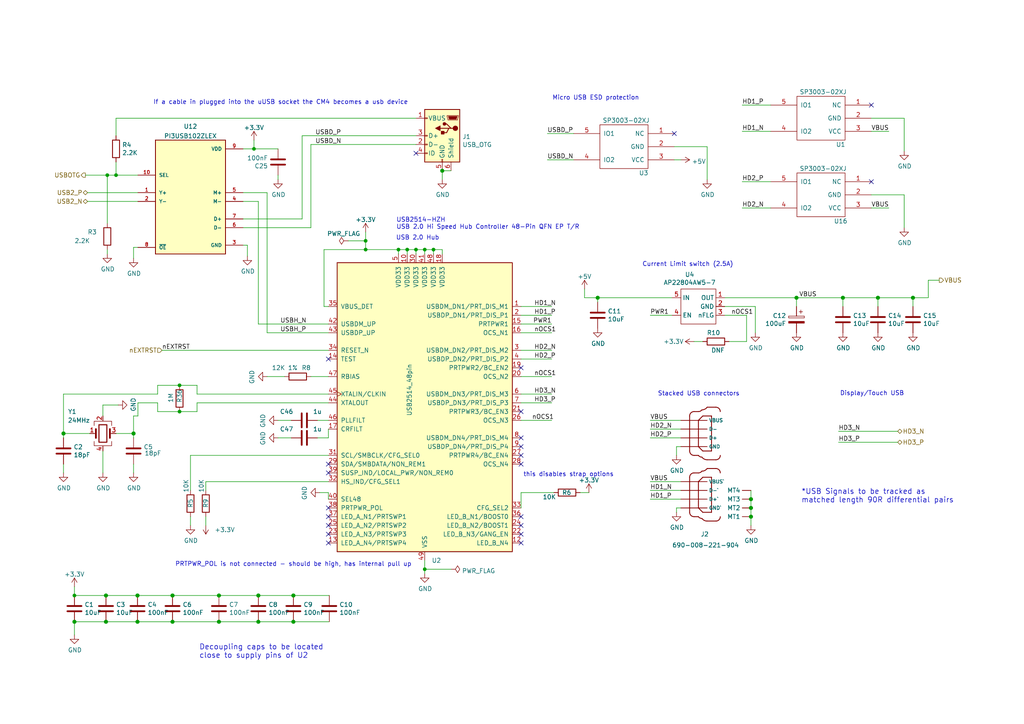
<source format=kicad_sch>
(kicad_sch (version 20211123) (generator eeschema)
  (paper "A4")
  (title_block (title "Yak") (date "2022-02-01") (rev "2") (company "Pionix GmbH") (comment 1 "Cornelius Claussen"))
  (lib_symbols
    (symbol "CM4IO:USB_67298-4090" (pin_numbers hide)
      (property "Reference" "J" (at -5.08 21.6408 0))
      (property "Value" "USB_67298-4090" (at -5.08 -17.8054 0))
      (symbol "USB_67298-4090_0_0"
        (pin power_in line (at -7.62 -2.54 0) (length 7.62) (name "VBUS`") (number "1"))
        (pin passive line (at -7.62 -5.08 0) (length 7.62) (name "D-`") (number "2"))
        (pin passive line (at -7.62 -7.62 0) (length 7.62) (name "D+`") (number "3"))
        (pin power_in line (at -7.62 -10.16 0) (length 7.62) (name "GND`") (number "4"))
        (pin power_in line (at -7.62 15.24 0) (length 7.62) (name "VBUS") (number "5"))
        (pin passive line (at -7.62 12.7 0) (length 7.62) (name "D-") (number "6"))
        (pin passive line (at -7.62 10.16 0) (length 7.62) (name "D+") (number "7"))
        (pin power_in line (at -7.62 7.62 0) (length 7.62) (name "GND") (number "8"))
        (pin passive line (at 12.7 -12.7 180) (length 2.54) (name "MT1") (number "MT1"))
        (pin passive line (at 12.7 -10.16 180) (length 2.54) (name "MT2") (number "MT2"))
        (pin passive line (at 12.7 -7.62 180) (length 2.54) (name "MT3") (number "MT3"))
        (pin passive line (at 12.7 -5.08 180) (length 2.54) (name "MT4") (number "MT4"))
      )
    )
    (symbol "Connector:USB_OTG" (pin_names (offset 1.016))
      (property "Reference" "J" (at -5.08 11.43 0))
      (property "Value" "USB_OTG" (at -5.08 8.89 0))
      (symbol "USB_OTG_1_1"
        (pin passive line (at 7.62 5.08 180) (length 2.54) (name "VBUS") (number "1"))
        (pin bidirectional line (at 7.62 -2.54 180) (length 2.54) (name "D-") (number "2"))
        (pin bidirectional line (at 7.62 0 180) (length 2.54) (name "D+") (number "3"))
        (pin passive line (at 7.62 -5.08 180) (length 2.54) (name "ID") (number "4"))
        (pin passive line (at 0 -10.16 90) (length 2.54) (name "GND") (number "5"))
        (pin passive line (at -2.54 -10.16 90) (length 2.54) (name "Shield") (number "6"))
      )
    )
    (symbol "Device:C" (pin_numbers hide) (pin_names (offset 0.254))
      (property "Reference" "C" (at 0.635 2.54 0))
      (property "Value" "C" (at 0.635 -2.54 0))
      (symbol "C_1_1"
        (pin passive line (at 0 3.81 270) (length 2.794) (name "~") (number "1"))
        (pin passive line (at 0 -3.81 90) (length 2.794) (name "~") (number "2"))
      )
    )
    (symbol "Device:C_Polarized" (pin_numbers hide) (pin_names (offset 0.254))
      (property "Reference" "C" (at 0.635 2.54 0))
      (property "Value" "C_Polarized" (at 0.635 -2.54 0))
      (symbol "C_Polarized_1_1"
        (pin passive line (at 0 3.81 270) (length 2.794) (name "~") (number "1"))
        (pin passive line (at 0 -3.81 90) (length 2.794) (name "~") (number "2"))
      )
    )
    (symbol "Device:Crystal_GND24" (pin_names (offset 1.016) hide)
      (property "Reference" "Y" (at 3.175 5.08 0))
      (property "Value" "Crystal_GND24" (at 3.175 3.175 0))
      (symbol "Crystal_GND24_1_1"
        (pin passive line (at -3.81 0 0) (length 1.27) (name "1") (number "1"))
        (pin passive line (at 0 5.08 270) (length 1.27) (name "2") (number "2"))
        (pin passive line (at 3.81 0 180) (length 1.27) (name "3") (number "3"))
        (pin passive line (at 0 -5.08 90) (length 1.27) (name "4") (number "4"))
      )
    )
    (symbol "Device:R" (pin_numbers hide) (pin_names (offset 0))
      (property "Reference" "R" (at 2.032 0 90))
      (property "Value" "R" (at 0 0 90))
      (symbol "R_1_1"
        (pin passive line (at 0 3.81 270) (length 1.27) (name "~") (number "1"))
        (pin passive line (at 0 -3.81 90) (length 1.27) (name "~") (number "2"))
      )
    )
    (symbol "Pionix:AP22804AW5"
      (property "Reference" "U4" (at 1.27 16.891 0))
      (property "Value" "AP22804AW5" (at 1.27 14.5796 0))
      (symbol "AP22804AW5_0_0"
        (pin power_out line (at -8.89 10.16 0) (length 2.54) (name "OUT") (number "1"))
        (pin power_in line (at -8.89 7.62 0) (length 2.54) (name "GND") (number "2"))
        (pin open_collector line (at -8.89 5.08 0) (length 2.54) (name "nFLG") (number "3"))
        (pin input line (at 6.35 5.08 180) (length 2.54) (name "EN") (number "4"))
        (pin power_in line (at 6.35 10.16 180) (length 2.54) (name "IN") (number "5"))
      )
    )
    (symbol "Pionix:PI3USB102ZLEX" (pin_names (offset 1.016))
      (property "Reference" "U12" (at 0 21.7465 0))
      (property "Value" "PI3USB102ZLEX" (at 0 18.9714 0))
      (symbol "PI3USB102ZLEX_0_0"
        (pin bidirectional line (at -15.24 2.54 0) (length 5.08) (name "Y+") (number "1"))
        (pin input line (at -15.24 7.62 0) (length 5.08) (name "SEL") (number "10"))
        (pin bidirectional line (at -15.24 0 0) (length 5.08) (name "Y-") (number "2"))
        (pin power_in line (at 15.24 -12.7 180) (length 5.08) (name "GND") (number "3"))
        (pin bidirectional line (at 15.24 0 180) (length 5.08) (name "M-") (number "4"))
        (pin bidirectional line (at 15.24 2.54 180) (length 5.08) (name "M+") (number "5"))
        (pin bidirectional line (at 15.24 -7.62 180) (length 5.08) (name "D-") (number "6"))
        (pin bidirectional line (at 15.24 -5.08 180) (length 5.08) (name "D+") (number "7"))
        (pin input line (at -15.24 -13.335 0) (length 5.08) (name "~{OE}") (number "8"))
        (pin power_in line (at 15.24 15.24 180) (length 5.08) (name "VDD") (number "9"))
      )
    )
    (symbol "Pionix:SP3003-02XJ" (pin_names (offset 1.016))
      (property "Reference" "U3" (at 10.16 -7.62 0))
      (property "Value" "SP3003-02XJ" (at 5.08 7.62 0))
      (symbol "SP3003-02XJ_1_1"
        (pin input line (at -19.05 3.81 0) (length 7.62) (name "NC") (number "1"))
        (pin input line (at -19.05 0 0) (length 7.62) (name "GND") (number "2"))
        (pin input line (at -19.05 -3.81 0) (length 7.62) (name "VCC") (number "3"))
        (pin input line (at 10.16 -3.81 180) (length 7.62) (name "IO2") (number "4"))
        (pin input line (at 10.16 3.81 180) (length 7.62) (name "IO1") (number "5"))
      )
    )
    (symbol "ev-devboard:USB2514_48pin" (pin_names (offset 1.016))
      (property "Reference" "U" (at -17.78 40.64 0))
      (property "Value" "USB2514_48pin" (at -20.32 38.1 0))
      (symbol "USB2514_48pin_1_1"
        (pin bidirectional line (at 27.94 22.86 180) (length 2.54) (name "USBDM_DN1/PRT_DIS_M1") (number "1"))
        (pin power_in line (at -5.08 38.1 270) (length 2.54) (name "VDD33") (number "10"))
        (pin output line (at 27.94 -45.72 180) (length 2.54) (name "LED_B_N4") (number "12"))
        (pin bidirectional line (at -27.94 -45.72 0) (length 2.54) (name "LED_A_N4/PRTSWP4") (number "13"))
        (pin input line (at -27.94 7.62 0) (length 2.54) (name "TEST") (number "14"))
        (pin bidirectional line (at 27.94 17.78 180) (length 2.54) (name "PRTPWR1") (number "15"))
        (pin input line (at 27.94 15.24 180) (length 2.54) (name "OCS_N1") (number "16"))
        (pin input line (at -27.94 -12.7 0) (length 2.54) (name "CRFILT") (number "17"))
        (pin power_in line (at 5.08 38.1 270) (length 2.54) (name "VDD33") (number "18"))
        (pin bidirectional line (at 27.94 5.08 180) (length 2.54) (name "PRTPWR2/BC_EN2") (number "19"))
        (pin bidirectional line (at 27.94 20.32 180) (length 2.54) (name "USBDP_DN1/PRT_DIS_P1") (number "2"))
        (pin input line (at 27.94 2.54 180) (length 2.54) (name "OCS_N2") (number "20"))
        (pin bidirectional line (at 27.94 -7.62 180) (length 2.54) (name "PRTPWR3/BC_EN3") (number "21"))
        (pin bidirectional line (at 27.94 -43.18 180) (length 2.54) (name "LED_B_N3/GANG_EN") (number "22"))
        (pin bidirectional line (at -27.94 -43.18 0) (length 2.54) (name "LED_A_N3/PRTSWP3") (number "23"))
        (pin bidirectional line (at 27.94 -40.64 180) (length 2.54) (name "LED_B_N2/BOOST1") (number "24"))
        (pin bidirectional line (at -27.94 -40.64 0) (length 2.54) (name "LED_A_N2/PRTSWP2") (number "25"))
        (pin input line (at 27.94 -10.16 180) (length 2.54) (name "OCS_N3") (number "26"))
        (pin bidirectional line (at 27.94 -20.32 180) (length 2.54) (name "PRTPWR4/BC_EN4") (number "27"))
        (pin input line (at 27.94 -22.86 180) (length 2.54) (name "OCS_N4") (number "28"))
        (pin bidirectional line (at -27.94 -22.86 0) (length 2.54) (name "SDA/SMBDATA/NON_REM1") (number "29"))
        (pin bidirectional line (at 27.94 10.16 180) (length 2.54) (name "USBDM_DN2/PRT_DIS_M2") (number "3"))
        (pin power_in line (at -2.54 38.1 270) (length 2.54) (name "VDD33") (number "30"))
        (pin bidirectional line (at -27.94 -20.32 0) (length 2.54) (name "SCL/SMBCLK/CFG_SEL0") (number "31"))
        (pin bidirectional line (at -27.94 -27.94 0) (length 2.54) (name "HS_IND/CFG_SEL1") (number "32"))
        (pin input line (at 27.94 -35.56 180) (length 2.54) (name "CFG_SEL2") (number "33"))
        (pin input line (at -27.94 10.16 0) (length 2.54) (name "RESET_N") (number "34"))
        (pin input line (at -27.94 22.86 0) (length 2.54) (name "VBUS_DET") (number "35"))
        (pin bidirectional line (at 27.94 -38.1 180) (length 2.54) (name "LED_B_N1/BOOST0") (number "36"))
        (pin bidirectional line (at -27.94 -38.1 0) (length 2.54) (name "LED_A_N1/PRTSWP1") (number "37"))
        (pin input line (at -27.94 -35.56 0) (length 2.54) (name "PRTPWR_POL") (number "38"))
        (pin bidirectional line (at -27.94 -25.4 0) (length 2.54) (name "SUSP_IND/LOCAL_PWR/NON_REM0") (number "39"))
        (pin bidirectional line (at 27.94 7.62 180) (length 2.54) (name "USBDP_DN2/PRT_DIS_P2") (number "4"))
        (pin input line (at -27.94 -33.02 0) (length 2.54) (name "SEL48") (number "40"))
        (pin power_in line (at 0 38.1 270) (length 2.54) (name "VDD33") (number "41"))
        (pin bidirectional line (at -27.94 17.78 0) (length 2.54) (name "USBDM_UP") (number "42"))
        (pin bidirectional line (at -27.94 15.24 0) (length 2.54) (name "USBDP_UP") (number "43"))
        (pin output line (at -27.94 -5.08 0) (length 2.54) (name "XTALOUT") (number "44"))
        (pin input clock (at -27.94 -2.54 0) (length 2.54) (name "XTALIN/CLKIN") (number "45"))
        (pin input line (at -27.94 -10.16 0) (length 2.54) (name "PLLFILT") (number "46"))
        (pin input line (at -27.94 2.54 0) (length 2.54) (name "RBIAS") (number "47"))
        (pin power_in line (at 2.54 38.1 270) (length 2.54) (name "VDD33") (number "48"))
        (pin power_in line (at 0 -50.8 90) (length 2.54) (name "VSS") (number "49"))
        (pin power_in line (at -7.62 38.1 270) (length 2.54) (name "VDD33") (number "5"))
        (pin bidirectional line (at 27.94 -2.54 180) (length 2.54) (name "USBDM_DN3/PRT_DIS_M3") (number "6"))
        (pin bidirectional line (at 27.94 -5.08 180) (length 2.54) (name "USBDP_DN3/PRT_DIS_P3") (number "7"))
        (pin bidirectional line (at 27.94 -15.24 180) (length 2.54) (name "USBDM_DN4/PRT_DIS_M4") (number "8"))
        (pin bidirectional line (at 27.94 -17.78 180) (length 2.54) (name "USBDP_DN4/PRT_DIS_P4") (number "9"))
      )
    )
    (symbol "power:+3.3V" (power) (pin_names (offset 0))
      (property "Value" "+3.3V" (at 0 3.556 0))
      (symbol "+3.3V_1_1"
        (pin power_in line (at 0 0 90) (length 0) hide (name "+3.3V") (number "1"))
      )
    )
    (symbol "power:+5V" (power) (pin_names (offset 0))
      (property "Value" "+5V" (at 0 3.556 0))
      (symbol "+5V_1_1"
        (pin power_in line (at 0 0 90) (length 0) hide (name "+5V") (number "1"))
      )
    )
    (symbol "power:GND" (power) (pin_names (offset 0))
      (property "Value" "GND" (at 0 -3.81 0))
      (symbol "GND_1_1"
        (pin power_in line (at 0 0 270) (length 0) hide (name "GND") (number "1"))
      )
    )
    (symbol "power:PWR_FLAG" (power) (pin_numbers hide) (pin_names (offset 0) hide)
      (property "Value" "PWR_FLAG" (at 0 3.81 0))
      (symbol "PWR_FLAG_0_0"
        (pin power_out line (at 0 0 90) (length 0) (name "pwr") (number "1"))
      )
    )
  )
  (junction (at 244.475 86.36) (diameter 1.016))
  (junction (at 74.93 180.34) (diameter 1.016))
  (junction (at 52.07 119.38))
  (junction (at 106.045 69.85))
  (junction (at 33.655 50.8))
  (junction (at 63.5 172.72) (diameter 1.016))
  (junction (at 85.09 172.72) (diameter 1.016))
  (junction (at 31.115 50.8))
  (junction (at 38.735 125.73) (diameter 1.016))
  (junction (at 39.878 172.72) (diameter 1.016))
  (junction (at 106.045 72.39))
  (junction (at 123.19 72.39))
  (junction (at 30.734 180.34) (diameter 1.016))
  (junction (at 115.57 72.39))
  (junction (at 118.11 72.39))
  (junction (at 52.07 111.76))
  (junction (at 217.805 149.86) (diameter 1.016))
  (junction (at 21.59 172.72))
  (junction (at 128.27 49.53) (diameter 1.016))
  (junction (at 50.038 180.34) (diameter 1.016))
  (junction (at 231.013 86.36) (diameter 1.016))
  (junction (at 217.805 144.78) (diameter 1.016))
  (junction (at 30.734 172.72) (diameter 1.016))
  (junction (at 39.878 180.34) (diameter 1.016))
  (junction (at 264.795 86.36) (diameter 1.016))
  (junction (at 21.59 180.34) (diameter 1.016))
  (junction (at 123.19 165.1))
  (junction (at 173.355 86.36) (diameter 1.016))
  (junction (at 125.73 72.39))
  (junction (at 63.5 180.34) (diameter 1.016))
  (junction (at 217.805 147.32) (diameter 1.016))
  (junction (at 50.038 172.72) (diameter 1.016))
  (junction (at 18.415 125.73) (diameter 1.016))
  (junction (at 254.635 86.36) (diameter 1.016))
  (junction (at 73.66 43.18))
  (junction (at 120.65 72.39))
  (junction (at 85.09 180.34) (diameter 1.016))
  (junction (at 74.93 172.72) (diameter 1.016))
  (no_connect (at 95.25 134.62))
  (no_connect (at 95.25 137.16))
  (no_connect (at 151.13 157.48))
  (no_connect (at 95.25 149.86))
  (no_connect (at 95.25 152.4))
  (no_connect (at 95.25 154.94))
  (no_connect (at 95.25 157.48))
  (no_connect (at 151.13 134.62))
  (no_connect (at 151.13 152.4))
  (no_connect (at 151.13 149.86))
  (no_connect (at 95.25 104.14))
  (no_connect (at 151.13 127))
  (no_connect (at 151.13 129.54))
  (no_connect (at 95.25 147.32))
  (no_connect (at 252.73 30.48))
  (no_connect (at 151.13 119.38))
  (no_connect (at 151.13 106.68))
  (no_connect (at 151.13 132.08))
  (no_connect (at 195.58 38.735))
  (no_connect (at 120.65 44.45))
  (no_connect (at 151.13 154.94))
  (no_connect (at 252.73 52.705))
  (wire (pts (xy 195.58 46.355) (xy 197.485 46.355)))
  (wire (pts (xy 169.545 86.36) (xy 173.355 86.36)))
  (wire (pts (xy 33.655 125.73) (xy 38.735 125.73)))
  (wire (pts (xy 45.72 116.84) (xy 45.72 119.38)))
  (wire (pts (xy 188.595 127) (xy 197.485 127)))
  (wire (pts (xy 120.65 72.39) (xy 120.65 73.66)))
  (wire (pts (xy 95.25 124.46) (xy 95.25 127)))
  (wire (pts (xy 55.245 142.24) (xy 55.245 132.08)))
  (wire (pts (xy 71.755 74.295) (xy 71.755 71.12)))
  (wire (pts (xy 71.755 71.12) (xy 70.485 71.12)))
  (wire (pts (xy 188.595 124.46) (xy 197.485 124.46)))
  (wire (pts (xy 151.13 114.3) (xy 160.02 114.3)))
  (wire (pts (xy 151.13 96.52) (xy 160.02 96.52)))
  (wire (pts (xy 252.73 34.29) (xy 262.255 34.29)))
  (wire (pts (xy 151.13 121.92) (xy 160.02 121.92)))
  (wire (pts (xy 217.805 147.32) (xy 217.805 149.86)))
  (wire (pts (xy 115.57 72.39) (xy 115.57 73.66)))
  (wire (pts (xy 39.878 180.34) (xy 50.038 180.34)))
  (wire (pts (xy 215.265 30.48) (xy 223.52 30.48)))
  (wire (pts (xy 215.265 60.325) (xy 223.52 60.325)))
  (wire (pts (xy 74.93 172.72) (xy 85.09 172.72)))
  (wire (pts (xy 70.485 43.18) (xy 73.66 43.18)))
  (wire (pts (xy 73.66 43.18) (xy 80.645 43.18)))
  (wire (pts (xy 196.215 129.54) (xy 196.215 132.08)))
  (wire (pts (xy 90.17 109.22) (xy 95.25 109.22)))
  (wire (pts (xy 211.455 99.06) (xy 216.535 99.06)))
  (wire (pts (xy 216.535 99.06) (xy 216.535 91.44)))
  (wire (pts (xy 252.73 60.325) (xy 257.81 60.325)))
  (wire (pts (xy 243.205 128.27) (xy 260.35 128.27)))
  (wire (pts (xy 215.265 52.705) (xy 223.52 52.705)))
  (wire (pts (xy 269.24 81.28) (xy 269.24 86.36)))
  (wire (pts (xy 272.415 81.28) (xy 269.24 81.28)))
  (wire (pts (xy 21.59 170.18) (xy 21.59 172.72)))
  (wire (pts (xy 33.655 46.99) (xy 33.655 50.8)))
  (wire (pts (xy 95.25 116.84) (xy 57.15 116.84)))
  (wire (pts (xy 21.59 184.15) (xy 21.59 180.34)))
  (wire (pts (xy 21.59 180.34) (xy 30.734 180.34)))
  (wire (pts (xy 215.265 38.1) (xy 223.52 38.1)))
  (wire (pts (xy 95.25 88.9) (xy 93.98 88.9)))
  (wire (pts (xy 18.415 127) (xy 18.415 125.73)))
  (wire (pts (xy 70.485 63.5) (xy 87.63 63.5)))
  (wire (pts (xy 210.185 91.44) (xy 216.535 91.44)))
  (wire (pts (xy 80.645 50.8) (xy 80.645 52.07)))
  (wire (pts (xy 74.93 180.34) (xy 85.09 180.34)))
  (wire (pts (xy 77.47 109.22) (xy 82.55 109.22)))
  (wire (pts (xy 30.734 172.72) (xy 39.878 172.72)))
  (wire (pts (xy 188.595 91.44) (xy 194.945 91.44)))
  (wire (pts (xy 63.5 172.72) (xy 74.93 172.72)))
  (wire (pts (xy 29.845 130.81) (xy 29.845 137.16)))
  (wire (pts (xy 217.805 144.78) (xy 217.805 147.32)))
  (wire (pts (xy 95.25 93.98) (xy 74.93 93.98)))
  (wire (pts (xy 45.72 119.38) (xy 52.07 119.38)))
  (wire (pts (xy 151.13 104.14) (xy 160.02 104.14)))
  (wire (pts (xy 80.645 127) (xy 84.455 127)))
  (wire (pts (xy 38.735 71.755) (xy 38.735 74.93)))
  (wire (pts (xy 40.005 71.755) (xy 38.735 71.755)))
  (wire (pts (xy 217.805 142.24) (xy 217.805 144.78)))
  (wire (pts (xy 128.27 72.39) (xy 128.27 73.66)))
  (wire (pts (xy 92.075 127) (xy 95.25 127)))
  (wire (pts (xy 151.13 147.32) (xy 151.13 142.875)))
  (wire (pts (xy 151.13 116.84) (xy 160.02 116.84)))
  (wire (pts (xy 231.013 86.36) (xy 244.475 86.36)))
  (wire (pts (xy 77.47 96.52) (xy 95.25 96.52)))
  (wire (pts (xy 252.73 56.515) (xy 262.255 56.515)))
  (wire (pts (xy 93.98 88.9) (xy 93.98 72.39)))
  (wire (pts (xy 18.415 114.3) (xy 45.72 114.3)))
  (wire (pts (xy 262.255 56.515) (xy 262.255 66.04)))
  (wire (pts (xy 197.485 147.32) (xy 196.215 147.32)))
  (wire (pts (xy 57.15 119.38) (xy 57.15 116.84)))
  (wire (pts (xy 52.07 119.38) (xy 57.15 119.38)))
  (wire (pts (xy 197.485 129.54) (xy 196.215 129.54)))
  (wire (pts (xy 45.72 116.84) (xy 40.005 116.84)))
  (wire (pts (xy 87.63 39.37) (xy 120.65 39.37)))
  (wire (pts (xy 38.735 134.62) (xy 38.735 137.16)))
  (wire (pts (xy 33.655 34.29) (xy 120.65 34.29)))
  (wire (pts (xy 25.4 58.42) (xy 40.005 58.42)))
  (wire (pts (xy 46.99 101.6) (xy 95.25 101.6)))
  (wire (pts (xy 264.795 86.36) (xy 264.795 88.9)))
  (wire (pts (xy 201.295 99.06) (xy 203.835 99.06)))
  (wire (pts (xy 70.485 66.04) (xy 90.17 66.04)))
  (wire (pts (xy 77.47 55.88) (xy 77.47 96.52)))
  (wire (pts (xy 70.485 55.88) (xy 77.47 55.88)))
  (wire (pts (xy 125.73 72.39) (xy 128.27 72.39)))
  (wire (pts (xy 231.013 86.36) (xy 231.013 88.9)))
  (wire (pts (xy 188.595 121.92) (xy 197.485 121.92)))
  (wire (pts (xy 59.69 142.24) (xy 59.69 139.7)))
  (wire (pts (xy 34.29 117.475) (xy 29.845 117.475)))
  (wire (pts (xy 29.845 117.475) (xy 29.845 120.65)))
  (wire (pts (xy 87.63 63.5) (xy 87.63 39.37)))
  (wire (pts (xy 24.765 50.8) (xy 31.115 50.8)))
  (wire (pts (xy 173.355 87.63) (xy 173.355 86.36)))
  (wire (pts (xy 57.15 111.76) (xy 57.15 114.3)))
  (wire (pts (xy 128.27 49.53) (xy 130.81 49.53)))
  (wire (pts (xy 31.115 72.39) (xy 31.115 73.66)))
  (wire (pts (xy 95.25 142.875) (xy 95.25 144.78)))
  (wire (pts (xy 100.965 69.85) (xy 106.045 69.85)))
  (wire (pts (xy 252.73 38.1) (xy 257.81 38.1)))
  (wire (pts (xy 38.735 125.73) (xy 38.735 127)))
  (wire (pts (xy 151.13 91.44) (xy 160.02 91.44)))
  (wire (pts (xy 92.075 121.92) (xy 95.25 121.92)))
  (wire (pts (xy 123.19 162.56) (xy 123.19 165.1)))
  (wire (pts (xy 21.59 172.72) (xy 30.734 172.72)))
  (wire (pts (xy 90.17 41.91) (xy 120.65 41.91)))
  (wire (pts (xy 243.205 125.095) (xy 260.35 125.095)))
  (wire (pts (xy 45.72 114.3) (xy 45.72 111.76)))
  (wire (pts (xy 40.005 116.84) (xy 40.005 120.65)))
  (wire (pts (xy 173.355 86.36) (xy 194.945 86.36)))
  (wire (pts (xy 244.475 88.9) (xy 244.475 86.36)))
  (wire (pts (xy 59.69 149.86) (xy 59.69 152.4)))
  (wire (pts (xy 210.185 88.9) (xy 219.075 88.9)))
  (wire (pts (xy 74.93 58.42) (xy 74.93 93.98)))
  (wire (pts (xy 70.485 58.42) (xy 74.93 58.42)))
  (wire (pts (xy 128.27 52.07) (xy 128.27 49.53)))
  (wire (pts (xy 115.57 72.39) (xy 118.11 72.39)))
  (wire (pts (xy 31.115 50.8) (xy 33.655 50.8)))
  (wire (pts (xy 196.215 147.32) (xy 196.215 148.59)))
  (wire (pts (xy 130.81 165.1) (xy 123.19 165.1)))
  (wire (pts (xy 169.545 83.82) (xy 169.545 86.36)))
  (wire (pts (xy 31.115 50.8) (xy 31.115 64.77)))
  (wire (pts (xy 18.415 134.62) (xy 18.415 137.16)))
  (wire (pts (xy 210.185 86.36) (xy 231.013 86.36)))
  (wire (pts (xy 52.07 111.76) (xy 57.15 111.76)))
  (wire (pts (xy 151.13 93.98) (xy 160.02 93.98)))
  (wire (pts (xy 40.005 120.65) (xy 38.735 120.65)))
  (wire (pts (xy 262.255 34.29) (xy 262.255 43.815)))
  (wire (pts (xy 188.595 142.24) (xy 197.485 142.24)))
  (wire (pts (xy 92.71 142.875) (xy 95.25 142.875)))
  (wire (pts (xy 39.878 172.72) (xy 50.038 172.72)))
  (wire (pts (xy 30.734 180.34) (xy 39.878 180.34)))
  (wire (pts (xy 50.038 172.72) (xy 63.5 172.72)))
  (wire (pts (xy 205.105 42.545) (xy 205.105 52.07)))
  (wire (pts (xy 195.58 42.545) (xy 205.105 42.545)))
  (wire (pts (xy 90.17 66.04) (xy 90.17 41.91)))
  (wire (pts (xy 120.65 72.39) (xy 123.19 72.39)))
  (wire (pts (xy 217.805 149.86) (xy 217.805 152.4)))
  (wire (pts (xy 118.11 72.39) (xy 118.11 73.66)))
  (wire (pts (xy 106.045 67.31) (xy 106.045 69.85)))
  (wire (pts (xy 106.045 72.39) (xy 115.57 72.39)))
  (wire (pts (xy 80.645 121.92) (xy 84.455 121.92)))
  (wire (pts (xy 125.73 72.39) (xy 125.73 73.66)))
  (wire (pts (xy 158.75 46.355) (xy 166.37 46.355)))
  (wire (pts (xy 33.655 34.29) (xy 33.655 39.37)))
  (wire (pts (xy 25.4 55.88) (xy 40.005 55.88)))
  (wire (pts (xy 38.735 120.65) (xy 38.735 125.73)))
  (wire (pts (xy 264.795 86.36) (xy 269.24 86.36)))
  (wire (pts (xy 123.19 72.39) (xy 123.19 73.66)))
  (wire (pts (xy 168.275 142.875) (xy 170.815 142.875)))
  (wire (pts (xy 55.245 132.08) (xy 95.25 132.08)))
  (wire (pts (xy 158.75 38.735) (xy 166.37 38.735)))
  (wire (pts (xy 151.13 88.9) (xy 160.02 88.9)))
  (wire (pts (xy 63.5 180.34) (xy 74.93 180.34)))
  (wire (pts (xy 45.72 111.76) (xy 52.07 111.76)))
  (wire (pts (xy 151.13 101.6) (xy 160.02 101.6)))
  (wire (pts (xy 33.655 50.8) (xy 40.005 50.8)))
  (wire (pts (xy 85.09 180.34) (xy 95.504 180.34)))
  (wire (pts (xy 188.595 144.78) (xy 197.485 144.78)))
  (wire (pts (xy 254.635 86.36) (xy 254.635 88.9)))
  (wire (pts (xy 50.038 180.34) (xy 63.5 180.34)))
  (wire (pts (xy 118.11 72.39) (xy 120.65 72.39)))
  (wire (pts (xy 57.15 114.3) (xy 95.25 114.3)))
  (wire (pts (xy 106.045 69.85) (xy 106.045 72.39)))
  (wire (pts (xy 188.595 139.7) (xy 197.485 139.7)))
  (wire (pts (xy 73.66 40.64) (xy 73.66 43.18)))
  (wire (pts (xy 55.245 149.86) (xy 55.245 152.4)))
  (wire (pts (xy 85.09 172.72) (xy 95.504 172.72)))
  (wire (pts (xy 151.13 142.875) (xy 160.655 142.875)))
  (wire (pts (xy 18.415 114.3) (xy 18.415 125.73)))
  (wire (pts (xy 244.475 86.36) (xy 254.635 86.36)))
  (wire (pts (xy 123.19 72.39) (xy 125.73 72.39)))
  (wire (pts (xy 18.415 125.73) (xy 26.035 125.73)))
  (wire (pts (xy 123.19 165.1) (xy 123.19 166.37)))
  (wire (pts (xy 59.69 139.7) (xy 95.25 139.7)))
  (wire (pts (xy 254.635 86.36) (xy 264.795 86.36)))
  (wire (pts (xy 151.13 109.22) (xy 160.02 109.22)))
  (wire (pts (xy 219.075 88.9) (xy 219.075 96.52)))
  (wire (pts (xy 93.98 72.39) (xy 106.045 72.39)))
  (text "USB 2.0 Hub" (at 127.4318 69.7992 180) (effects (font (size 1.27 1.27)) (justify right bottom)))
  (text "*USB Signals to be tracked as \nmatched length 90R differential pairs" (at 232.41 146.05 0) (effects (font (size 1.524 1.524)) (justify left bottom)))
  (text "Display/Touch USB" (at 262.255 114.935 180) (effects (font (size 1.27 1.27)) (justify right bottom)))
  (text "Current Limit switch (2.5A)" (at 212.725 77.47 180) (effects (font (size 1.27 1.27)) (justify right bottom)))
  (text "USB2514-HZH\nUSB 2.0 Hi Speed Hub Controller 48-Pin QFN EP T/R" (at 114.935 66.675 0) (effects (font (size 1.27 1.27)) (justify left bottom)))
  (text "PRTPWR_POL is not connected - should be high, has internal pull up" (at 50.8 164.465 0) (effects (font (size 1.27 1.27)) (justify left bottom)))
  (text "Stacked USB connectors" (at 214.5538 115.0112 180) (effects (font (size 1.27 1.27)) (justify right bottom)))
  (text "If a cable in plugged into the uUSB socket the CM4 becomes a usb device" (at 44.45 30.48 0) (effects (font (size 1.27 1.27)) (justify left bottom)))
  (text "Decoupling caps to be located \nclose to supply pins of U2" (at 57.785 191.135 0) (effects (font (size 1.524 1.524)) (justify left bottom)))
  (text "this disables strap options" (at 151.765 138.43 0) (effects (font (size 1.27 1.27)) (justify left bottom)))
  (text "Micro USB ESD protection" (at 185.42 29.21 180) (effects (font (size 1.27 1.27)) (justify right bottom)))
  (label "HD1_P" (at 188.595 144.78 0))
  (label "VBUS" (at 188.595 121.92 0))
  (label "nOCS1" (at 154.305 121.92 0))
  (label "HD3_P" (at 243.205 128.27 0))
  (label "VBUS" (at 257.81 60.325 180))
  (label "VBUS" (at 188.595 139.7 0))
  (label "nOCS1" (at 154.94 96.52 0))
  (label "HD1_N" (at 188.595 142.24 0))
  (label "VBUS" (at 257.81 38.1 180))
  (label "nEXTRST" (at 46.99 101.6 0))
  (label "USBH_N" (at 81.28 93.98 0))
  (label "nOCS1" (at 212.09 91.44 0))
  (label "HD2_P" (at 154.94 104.14 0))
  (label "USBD_N" (at 91.44 41.91 0))
  (label "PWR1" (at 188.595 91.44 0))
  (label "nOCS1" (at 154.94 109.22 0))
  (label "PWR1" (at 160.02 93.98 180))
  (label "HD2_P" (at 215.265 52.705 0))
  (label "HD2_P" (at 188.595 127 0))
  (label "USBH_P" (at 81.28 96.52 0))
  (label "HD1_P" (at 154.94 91.44 0))
  (label "HD2_N" (at 215.265 60.325 0))
  (label "USBD_P" (at 158.75 38.735 0))
  (label "USBD_N" (at 158.75 46.355 0))
  (label "HD3_P" (at 154.94 116.84 0))
  (label "HD3_N" (at 243.205 125.095 0))
  (label "HD1_N" (at 154.94 88.9 0))
  (label "VBUS" (at 231.775 86.36 0))
  (label "HD1_P" (at 215.265 30.48 0))
  (label "USBD_P" (at 91.44 39.37 0))
  (label "HD1_N" (at 215.265 38.1 0))
  (label "HD2_N" (at 188.595 124.46 0))
  (label "HD3_N" (at 154.94 114.3 0))
  (label "HD2_N" (at 154.94 101.6 0))
  (hierarchical_label "VBUS" (shape output) (at 272.415 81.28 0))
  (hierarchical_label "USB2_N" (shape bidirectional) (at 25.4 58.42 180))
  (hierarchical_label "HD3_N" (shape bidirectional) (at 260.35 125.095 0))
  (hierarchical_label "nEXTRST" (shape input) (at 46.99 101.6 180))
  (hierarchical_label "HD3_P" (shape bidirectional) (at 260.35 128.27 0))
  (hierarchical_label "USBOTG" (shape output) (at 24.765 50.8 180))
  (hierarchical_label "USB2_P" (shape bidirectional) (at 25.4 55.88 180))
  (symbol (lib_id "CM4IO:USB_67298-4090") (at 205.105 137.16 0) (unit 1)
    (property "Reference" "J2" (at 203.2 154.94 0) (effects (justify left)))
    (property "Value" "690-008-221-904" (at 194.945 158.115 0) (effects (justify left)))
    (property "Footprint" "Pionix:MOLEX_USB_67298-4090" (effects hide))
    (property "Datasheet" "Conn USB Type A RCP 4/4 POS Solder RA Thru-Hole 8 Terminal 2 Port Tray" (effects hide))
    (property "Field4" "Farnell" (effects hide))
    (property "Field5" "2751688" (effects hide))
    (property "Field6" "None" (effects hide))
    (property "Field7" "Molex" (effects hide))
    (property "Part Description" "USB-A (USB TYPE-A), Stacked Receptacle Connector 8 Position Through Hole, Right Angle" (effects hide))
  )
  (symbol (lib_id "Connector:USB_OTG") (at 128.27 39.37 0) (mirror y) (unit 1)
    (property "Reference" "J1" (at 134.112 39.6494 0) (effects (justify right)))
    (property "Value" "USB_OTG" (at 134.112 41.9608 0) (effects (justify right)))
    (property "Footprint" "CM4IO:USB_Micro-B_EDAC_UCON00686" (effects hide))
    (property "Datasheet" " ~" (effects hide))
    (property "Field4" "Digikey" (effects hide))
    (property "Field5" "609-4050-2-ND" (effects hide))
    (property "Field6" "690-005-298-486" (effects hide))
    (property "Field7" "EDAC" (effects hide))
    (property "Part Description" "USB - micro B USB 2.0 Receptacle Connector 5 Position Surface Mount, Right Angle; Through Hole" (effects hide))
  )
  (symbol (lib_id "Device:R") (at 33.655 43.18 0) (unit 1)
    (property "Reference" "R4" (at 35.433 42.0116 0) (effects (justify left)))
    (property "Value" "2.2K" (at 35.433 44.323 0) (effects (justify left)))
    (property "Footprint" "Resistor_SMD:R_0603_1608Metric" (effects hide))
    (property "Field4" "Farnell" (effects hide))
    (property "Field5" "9239278" (effects hide))
    (property "Field7" "Yageo" (effects hide))
    (property "Field6" "RC0402FR-072K2L" (effects hide))
    (property "STANDARD" "Resistor 2.2K 50V 0402 M1005 1% 63mW" (effects hide))
  )
  (symbol (lib_id "power:GND") (at 173.355 95.25 0) (unit 1)
    (property "Reference" "#PWR019" (effects hide))
    (property "Value" "GND" (at 173.482 99.6442 0))
  )
  (symbol (lib_id "Device:C") (at 244.475 92.71 0) (unit 1)
    (property "Reference" "C13" (at 247.396 91.5416 0) (effects (justify left)))
    (property "Value" "10uF" (at 247.396 93.853 0) (effects (justify left)))
    (property "Footprint" "Capacitor_SMD:C_0805_2012Metric" (effects hide))
    (property "Field5" "587-3319-1-ND" (effects hide))
    (property "Field4" "Digikey" (effects hide))
    (property "Field6" "EMK212BB7106MG-T" (effects hide))
    (property "Field7" "Taiyo Yuden" (effects hide))
    (property "STANDARD" "10uF 10% 16V Ceramic Capacitor X7R 0805 (2012 Metric)" (effects hide))
  )
  (symbol (lib_id "power:GND") (at 244.475 96.52 0) (unit 1)
    (property "Reference" "#PWR027" (effects hide))
    (property "Value" "GND" (at 244.602 100.9142 0))
  )
  (symbol (lib_id "Device:C") (at 254.635 92.71 0) (unit 1)
    (property "Reference" "C14" (at 257.556 91.5416 0) (effects (justify left)))
    (property "Value" "10uF" (at 257.556 93.853 0) (effects (justify left)))
    (property "Footprint" "Capacitor_SMD:C_0805_2012Metric" (effects hide))
    (property "Field5" "587-3319-1-ND" (effects hide))
    (property "Field4" "Digikey" (effects hide))
    (property "Field6" "EMK212BB7106MG-T" (effects hide))
    (property "Field7" "Taiyo Yuden" (effects hide))
    (property "STANDARD" "10uF 10% 16V Ceramic Capacitor X7R 0805 (2012 Metric)" (effects hide))
  )
  (symbol (lib_id "power:GND") (at 254.635 96.52 0) (unit 1)
    (property "Reference" "#PWR028" (effects hide))
    (property "Value" "GND" (at 254.762 100.9142 0))
  )
  (symbol (lib_id "Device:C") (at 264.795 92.71 0) (unit 1)
    (property "Reference" "C15" (at 267.716 91.5416 0) (effects (justify left)))
    (property "Value" "10uF" (at 267.716 93.853 0) (effects (justify left)))
    (property "Footprint" "Capacitor_SMD:C_0805_2012Metric" (effects hide))
    (property "Field5" "587-3319-1-ND" (effects hide))
    (property "Field4" "Digikey" (effects hide))
    (property "Field6" "EMK212BB7106MG-T" (effects hide))
    (property "Field7" "Taiyo Yuden" (effects hide))
    (property "STANDARD" "10uF 10% 16V Ceramic Capacitor X7R 0805 (2012 Metric)" (effects hide))
  )
  (symbol (lib_id "power:GND") (at 196.215 132.08 0) (unit 1)
    (property "Reference" "#PWR021" (effects hide))
    (property "Value" "GND" (at 196.342 136.4742 0))
  )
  (symbol (lib_id "power:GND") (at 196.215 148.59 0) (unit 1)
    (property "Reference" "#PWR022" (effects hide))
    (property "Value" "GND" (at 196.342 152.9842 0))
  )
  (symbol (lib_id "Device:R") (at 31.115 68.58 0) (unit 1)
    (property "Reference" "R3" (at 25.4 67.31 0) (effects (justify left)))
    (property "Value" "2.2K" (at 21.59 69.85 0) (effects (justify left)))
    (property "Footprint" "Resistor_SMD:R_0603_1608Metric" (effects hide))
    (property "Field4" "Farnell" (effects hide))
    (property "Field5" "9239278" (effects hide))
    (property "Field7" "Yageo" (effects hide))
    (property "Field6" "RC0402FR-072K2L" (effects hide))
    (property "STANDARD" "Resistor 2.2K 50V 0402 M1005 1% 63mW" (effects hide))
  )
  (symbol (lib_id "power:GND") (at 77.47 109.22 270) (unit 1)
    (property "Reference" "#PWR012" (effects hide))
    (property "Value" "GND" (at 73.0758 109.347 0))
  )
  (symbol (lib_id "Device:R") (at 55.245 146.05 0) (unit 1)
    (property "Reference" "R5" (at 55.245 147.32 90) (effects (justify left)))
    (property "Value" "10K" (at 53.975 142.875 90) (effects (justify left)))
    (property "Footprint" "Resistor_SMD:R_0603_1608Metric" (effects hide))
    (property "Field4" "Farnell" (effects hide))
    (property "Field5" "1458788" (effects hide))
    (property "Field7" "Rohm" (effects hide))
    (property "Field6" "MCR01MZPF3602" (effects hide))
    (property "STANDARD" "Resistor 36K 50V 0402 M1005 1% 63mW" (effects hide))
  )
  (symbol (lib_id "power:GND") (at 55.245 152.4 0) (unit 1)
    (property "Reference" "#PWR010" (effects hide))
    (property "Value" "GND" (at 55.372 156.7942 0))
  )
  (symbol (lib_id "power:GND") (at 219.075 96.52 0) (unit 1)
    (property "Reference" "#PWR025" (effects hide))
    (property "Value" "GND" (at 219.202 100.9142 0))
  )
  (symbol (lib_id "power:GND") (at 264.795 96.52 0) (unit 1)
    (property "Reference" "#PWR029" (effects hide))
    (property "Value" "GND" (at 264.922 100.9142 0))
  )
  (symbol (lib_id "power:GND") (at 217.805 152.4 0) (unit 1)
    (property "Reference" "#PWR024" (effects hide))
    (property "Value" "GND" (at 217.932 156.7942 0))
  )
  (symbol (lib_id "power:GND") (at 128.27 52.07 0) (unit 1)
    (property "Reference" "#PWR017" (effects hide))
    (property "Value" "GND" (at 128.397 56.4642 0))
  )
  (symbol (lib_id "power:GND") (at 123.19 166.37 0) (unit 1)
    (property "Reference" "#PWR016" (effects hide))
    (property "Value" "GND" (at 123.317 170.7642 0))
  )
  (symbol (lib_id "power:GND") (at 38.735 74.93 0) (unit 1)
    (property "Reference" "#PWR08" (effects hide))
    (property "Value" "GND" (at 38.862 79.3242 0))
  )
  (symbol (lib_id "power:GND") (at 31.115 73.66 0) (unit 1)
    (property "Reference" "#PWR05" (effects hide))
    (property "Value" "GND" (at 31.242 78.0542 0))
  )
  (symbol (lib_id "Device:R") (at 86.36 109.22 90) (unit 1)
    (property "Reference" "R8" (at 90.17 106.68 90) (effects (justify left)))
    (property "Value" "12K 1%" (at 86.36 106.68 90) (effects (justify left)))
    (property "Footprint" "Resistor_SMD:R_0603_1608Metric" (effects hide))
    (property "Field4" "Farnell" (effects hide))
    (property "Field5" "9239367" (effects hide))
    (property "Field7" "Rohm" (effects hide))
    (property "Field6" "MCR01MZPF1202" (effects hide))
    (property "STANDARD" "Resistor 12K 50V 0402 M1005 1% 63mW" (effects hide))
  )
  (symbol (lib_id "Device:R") (at 59.69 146.05 0) (unit 1)
    (property "Reference" "R9" (at 59.69 147.32 90) (effects (justify left)))
    (property "Value" "10K" (at 58.42 142.875 90) (effects (justify left)))
    (property "Footprint" "Resistor_SMD:R_0603_1608Metric" (effects hide))
    (property "Field4" "Farnell" (effects hide))
    (property "Field5" "1458788" (effects hide))
    (property "Field7" "Rohm" (effects hide))
    (property "Field6" "MCR01MZPF3602" (effects hide))
    (property "STANDARD" "Resistor 36K 50V 0402 M1005 1% 63mW" (effects hide))
  )
  (symbol (lib_id "Device:C") (at 63.5 176.53 0) (unit 1)
    (property "Reference" "C7" (at 66.421 175.3616 0) (effects (justify left)))
    (property "Value" "100nF" (at 66.421 177.673 0) (effects (justify left)))
    (property "Footprint" "Capacitor_SMD:C_0603_1608Metric" (effects hide))
    (property "Field4" "Farnell" (effects hide))
    (property "Field5" "9402047RL " (effects hide))
    (property "Field6" "CC0402KRX7R7BB104" (effects hide))
    (property "Field7" "Yageo" (effects hide))
    (property "STANDARD" "100nF 10% 16V Ceramic Capacitor X7R 0402 (1005 Metric)" (effects hide))
  )
  (symbol (lib_id "Device:C") (at 74.93 176.53 0) (unit 1)
    (property "Reference" "C8" (at 77.851 175.3616 0) (effects (justify left)))
    (property "Value" "100nF" (at 77.851 177.673 0) (effects (justify left)))
    (property "Footprint" "Capacitor_SMD:C_0603_1608Metric" (effects hide))
    (property "Field4" "Farnell" (effects hide))
    (property "Field5" "9402047RL " (effects hide))
    (property "Field6" "CC0402KRX7R7BB104" (effects hide))
    (property "Field7" "Yageo" (effects hide))
    (property "STANDARD" "100nF 10% 16V Ceramic Capacitor X7R 0402 (1005 Metric)" (effects hide))
  )
  (symbol (lib_id "Device:C") (at 85.09 176.53 0) (unit 1)
    (property "Reference" "C9" (at 88.011 175.3616 0) (effects (justify left)))
    (property "Value" "100nF" (at 88.011 177.673 0) (effects (justify left)))
    (property "Footprint" "Capacitor_SMD:C_0603_1608Metric" (effects hide))
    (property "Field4" "Farnell" (effects hide))
    (property "Field5" "9402047RL " (effects hide))
    (property "Field6" "CC0402KRX7R7BB104" (effects hide))
    (property "Field7" "Yageo" (effects hide))
    (property "STANDARD" "100nF 10% 16V Ceramic Capacitor X7R 0402 (1005 Metric)" (effects hide))
  )
  (symbol (lib_id "Device:C") (at 39.878 176.53 0) (unit 1)
    (property "Reference" "C4" (at 42.799 175.3616 0) (effects (justify left)))
    (property "Value" "100nF" (at 42.799 177.673 0) (effects (justify left)))
    (property "Footprint" "Capacitor_SMD:C_0603_1608Metric" (effects hide))
    (property "Field4" "Farnell" (effects hide))
    (property "Field5" "9402047RL " (effects hide))
    (property "Field6" "CC0402KRX7R7BB104" (effects hide))
    (property "Field7" "Yageo" (effects hide))
    (property "STANDARD" "100nF 10% 16V Ceramic Capacitor X7R 0402 (1005 Metric)" (effects hide))
  )
  (symbol (lib_id "power:GND") (at 21.59 184.15 0) (unit 1)
    (property "Reference" "#PWR07" (effects hide))
    (property "Value" "GND" (at 21.717 188.5442 0))
  )
  (symbol (lib_id "Device:C") (at 21.59 176.53 0) (unit 1)
    (property "Reference" "C1" (at 24.511 175.3616 0) (effects (justify left)))
    (property "Value" "10uF" (at 24.511 177.673 0) (effects (justify left)))
    (property "Footprint" "Capacitor_SMD:C_0805_2012Metric" (effects hide))
    (property "Field5" "587-3319-1-ND" (effects hide))
    (property "Field4" "Digikey" (effects hide))
    (property "Field6" "EMK212BB7106MG-T" (effects hide))
    (property "Field7" "Taiyo Yuden" (effects hide))
    (property "STANDARD" "10uF 10% 16V Ceramic Capacitor X7R 0805 (2012 Metric)" (effects hide))
  )
  (symbol (lib_id "Device:C") (at 30.734 176.53 0) (unit 1)
    (property "Reference" "C3" (at 33.655 175.3616 0) (effects (justify left)))
    (property "Value" "10uF" (at 33.655 177.673 0) (effects (justify left)))
    (property "Footprint" "Capacitor_SMD:C_0805_2012Metric" (effects hide))
    (property "Field5" "587-3319-1-ND" (effects hide))
    (property "Field4" "Digikey" (effects hide))
    (property "Field6" "EMK212BB7106MG-T" (effects hide))
    (property "Field7" "Taiyo Yuden" (effects hide))
    (property "STANDARD" "10uF 10% 16V Ceramic Capacitor X7R 0805 (2012 Metric)" (effects hide))
  )
  (symbol (lib_id "Device:Crystal_GND24") (at 29.845 125.73 0) (unit 1)
    (property "Reference" "Y1" (at 20.955 119.38 0))
    (property "Value" "24MHz" (at 22.86 121.92 0))
    (property "Footprint" "Crystal:Crystal_SMD_Abracon_ABM8G-4Pin_3.2x2.5mm" (effects hide))
    (property "Field4" "Farnell" (effects hide))
    (property "Field5" "3228349" (effects hide))
    (property "Field7" "Abracon" (effects hide))
    (property "Field6" "ABM8-24.000MHZ-10-B1U-T" (effects hide))
    (property "Part Description" "Crystal, 24 MHz, SMD, 3.2mm x 2.5mm, 10 ppm, 10 pF, 10 ppm, ABM8" (effects hide))
  )
  (symbol (lib_id "Device:C") (at 18.415 130.81 0) (unit 1)
    (property "Reference" "C2" (at 21.336 129.6416 0) (effects (justify left)))
    (property "Value" "18pF" (at 21.336 131.953 0) (effects (justify left)))
    (property "Footprint" "Capacitor_SMD:C_0603_1608Metric" (effects hide))
    (property "Field5" "478-0402YA180KAT2ACT-ND" (effects hide))
    (property "Field6" "0402YA180KAT2A" (effects hide))
    (property "Field7" "Kyocera" (effects hide))
    (property "Field4" "Digikey" (effects hide))
    (property "STANDARD" "18pF 10% 16V Ceramic Capacitor COG 0402 (1005 Metric)" (effects hide))
  )
  (symbol (lib_id "Device:C") (at 38.735 130.81 0) (unit 1)
    (property "Reference" "C5" (at 41.656 129.6416 0) (effects (justify left)))
    (property "Value" "18pF" (at 41.91 131.445 0) (effects (justify left)))
    (property "Footprint" "Capacitor_SMD:C_0603_1608Metric" (effects hide))
    (property "Field5" "478-0402YA180KAT2ACT-ND" (effects hide))
    (property "Field6" "0402YA180KAT2A" (effects hide))
    (property "Field7" "Kyocera" (effects hide))
    (property "Field4" "Digikey" (effects hide))
    (property "STANDARD" "18pF 10% 16V Ceramic Capacitor COG 0402 (1005 Metric)" (effects hide))
  )
  (symbol (lib_id "power:GND") (at 38.735 137.16 0) (unit 1)
    (property "Reference" "#PWR09" (effects hide))
    (property "Value" "GND" (at 38.862 141.5542 0))
  )
  (symbol (lib_id "power:GND") (at 205.105 52.07 0) (unit 1)
    (property "Reference" "#PWR023" (effects hide))
    (property "Value" "GND" (at 205.232 56.4642 0))
  )
  (symbol (lib_id "power:GND") (at 231.013 96.52 0) (unit 1)
    (property "Reference" "#PWR026" (effects hide))
    (property "Value" "GND" (at 231.14 100.9142 0))
  )
  (symbol (lib_id "Device:C") (at 50.038 176.53 0) (unit 1)
    (property "Reference" "C6" (at 52.959 175.3616 0) (effects (justify left)))
    (property "Value" "100nF" (at 52.959 177.673 0) (effects (justify left)))
    (property "Footprint" "Capacitor_SMD:C_0603_1608Metric" (effects hide))
    (property "Field4" "Farnell" (effects hide))
    (property "Field5" "9402047RL " (effects hide))
    (property "Field6" "CC0402KRX7R7BB104" (effects hide))
    (property "Field7" "Yageo" (effects hide))
    (property "STANDARD" "100nF 10% 16V Ceramic Capacitor X7R 0402 (1005 Metric)" (effects hide))
  )
  (symbol (lib_id "Device:C") (at 95.504 176.53 0) (unit 1)
    (property "Reference" "C10" (at 98.425 175.3616 0) (effects (justify left)))
    (property "Value" "100nF" (at 98.425 177.673 0) (effects (justify left)))
    (property "Footprint" "Capacitor_SMD:C_0603_1608Metric" (effects hide))
    (property "Field4" "Farnell" (effects hide))
    (property "Field5" "9402047RL " (effects hide))
    (property "Field6" "CC0402KRX7R7BB104" (effects hide))
    (property "Field7" "Yageo" (effects hide))
    (property "STANDARD" "100nF 10% 16V Ceramic Capacitor X7R 0402 (1005 Metric)" (effects hide))
  )
  (symbol (lib_id "Device:C") (at 173.355 91.44 0) (unit 1)
    (property "Reference" "C11" (at 176.276 90.2716 0) (effects (justify left)))
    (property "Value" "10uF" (at 176.276 92.583 0) (effects (justify left)))
    (property "Footprint" "Capacitor_SMD:C_0805_2012Metric" (effects hide))
    (property "Field5" "587-3319-1-ND" (effects hide))
    (property "Field4" "Digikey" (effects hide))
    (property "Field6" "EMK212BB7106MG-T" (effects hide))
    (property "Field7" "Taiyo Yuden" (effects hide))
    (property "STANDARD" "10uF 10% 16V Ceramic Capacitor X7R 0805 (2012 Metric)" (effects hide))
  )
  (symbol (lib_id "Device:C_Polarized") (at 231.013 92.71 0) (mirror y) (unit 1)
    (property "Reference" "C12" (at 228.0158 91.567 0) (effects (justify left)))
    (property "Value" "100uF" (at 228.0158 93.853 0) (effects (justify left)))
    (property "Footprint" "Capacitor_SMD:CP_Elec_6.3x3" (effects hide))
    (property "Field4" "Digikey" (effects hide))
    (property "Field5" "P16468CT-ND" (effects hide))
    (property "Part Description" "100 µF 16 V Aluminum - Polymer Capacitors Radial, Can - SMD 24mOhm 2000 Hrs @ 105°C" (effects hide))
    (property "Field6" "16SVPC100M" (effects hide))
    (property "Field7" "Panasonic" (effects hide))
  )
  (symbol (lib_id "power:GND") (at 29.845 137.16 0) (unit 1)
    (property "Reference" "#PWR0144" (effects hide))
    (property "Value" "GND" (at 29.972 141.5542 0))
  )
  (symbol (lib_id "power:GND") (at 80.645 121.92 270) (unit 1)
    (property "Reference" "#PWR031" (effects hide))
    (property "Value" "GND" (at 76.2508 122.047 0))
  )
  (symbol (lib_id "Device:C") (at 88.265 127 90) (unit 1)
    (property "Reference" "C47" (at 85.09 124.46 90) (effects (justify left)))
    (property "Value" "1u" (at 93.345 124.46 90) (effects (justify left)))
    (property "Footprint" "Capacitor_SMD:C_0603_1608Metric" (effects hide))
    (property "Field5" "478-0402YA180KAT2ACT-ND" (effects hide))
    (property "Field6" "0402YA180KAT2A" (effects hide))
    (property "Field7" "Kyocera" (effects hide))
    (property "Field4" "Digikey" (effects hide))
    (property "STANDARD" "18pF 10% 16V Ceramic Capacitor COG 0402 (1005 Metric)" (effects hide))
  )
  (symbol (lib_id "power:+5V") (at 197.485 46.355 270) (unit 1)
    (property "Reference" "#PWR071" (effects hide))
    (property "Value" "+5V" (at 200.66 46.834 90) (effects (justify left)))
  )
  (symbol (lib_id "Device:R") (at 164.465 142.875 90) (unit 1)
    (property "Reference" "R6" (at 165.735 142.875 90) (effects (justify left)))
    (property "Value" "10K" (at 161.29 144.145 90) (effects (justify left)))
    (property "Footprint" "Resistor_SMD:R_0603_1608Metric" (effects hide))
    (property "Field4" "Farnell" (effects hide))
    (property "Field5" "1458788" (effects hide))
    (property "Field7" "Rohm" (effects hide))
    (property "Field6" "MCR01MZPF3602" (effects hide))
    (property "STANDARD" "Resistor 36K 50V 0402 M1005 1% 63mW" (effects hide))
  )
  (symbol (lib_id "Device:C") (at 80.645 46.99 180) (unit 1)
    (property "Reference" "C25" (at 77.724 48.1584 0) (effects (justify left)))
    (property "Value" "100nF" (at 77.724 45.847 0) (effects (justify left)))
    (property "Footprint" "Capacitor_SMD:C_0603_1608Metric" (effects hide))
    (property "Field4" "Farnell" (effects hide))
    (property "Field5" "9402047RL " (effects hide))
    (property "Field6" "CC0402KRX7R7BB104" (effects hide))
    (property "Field7" "Yageo" (effects hide))
    (property "STANDARD" "100nF 10% 16V Ceramic Capacitor X7R 0402 (1005 Metric)" (effects hide))
  )
  (symbol (lib_id "power:GND") (at 18.415 137.16 0) (unit 1)
    (property "Reference" "#PWR0143" (effects hide))
    (property "Value" "GND" (at 18.542 141.5542 0))
  )
  (symbol (lib_id "power:GND") (at 80.645 52.07 0) (unit 1)
    (property "Reference" "#PWR042" (effects hide))
    (property "Value" "GND" (at 80.772 56.4642 0))
  )
  (symbol (lib_id "power:PWR_FLAG") (at 100.965 69.85 90) (unit 1)
    (property "Reference" "#FLG0102" (effects hide))
    (property "Value" "PWR_FLAG" (at 99.695 67.7695 90))
  )
  (symbol (lib_id "Pionix:SP3003-02XJ") (at 176.53 42.545 0) (mirror y) (unit 1)
    (property "Reference" "U3" (at 186.69 50.165 0))
    (property "Value" "SP3003-02XJ" (at 181.61 34.925 0))
    (property "Footprint" "Pionix:SC70-5" (effects hide))
    (property "Field4" "Farnell" (effects hide))
    (property "Field5" "1827640" (effects hide))
    (property "Field6" "SP3003-02JTG" (effects hide))
    (property "Part Description" "TVS Diode USB" (effects hide))
    (property "Field7" "Littlefuse" (effects hide))
  )
  (symbol (lib_id "Pionix:SP3003-02XJ") (at 233.68 56.515 0) (mirror y) (unit 1)
    (property "Reference" "U16" (at 243.84 64.135 0))
    (property "Value" "SP3003-02XJ" (at 238.76 48.895 0))
    (property "Footprint" "Pionix:SC70-5" (effects hide))
    (property "Field4" "Farnell" (effects hide))
    (property "Field5" "1827640" (effects hide))
    (property "Field6" "SP3003-02JTG" (effects hide))
    (property "Part Description" "TVS Diode USB" (effects hide))
    (property "Field7" "Littlefuse" (effects hide))
  )
  (symbol (lib_id "ev-devboard:USB2514_48pin") (at 123.19 111.76 0) (unit 1)
    (property "Reference" "U2" (at 125.2094 162.56 0) (effects (justify left)))
    (property "Value" "USB2514_48pin" (at 118.745 120.65 90) (effects (justify left)))
    (property "Footprint" "Pionix:QFN-48-1EP_7x7mm_P0.5mm_EP4.1x4.1mm" (effects hide))
    (property "Datasheet" "http://ww1.microchip.com/downloads/en/DeviceDoc/00001692C.pdf" (effects hide))
  )
  (symbol (lib_id "power:+3.3V") (at 170.815 142.875 0) (unit 1)
    (property "Reference" "#PWR013" (effects hide))
    (property "Value" "+3.3V" (at 170.815 139.2705 0))
  )
  (symbol (lib_id "power:PWR_FLAG") (at 130.81 165.1 270) (unit 1)
    (property "Reference" "#FLG0101" (effects hide))
    (property "Value" "PWR_FLAG" (at 133.985 165.579 90) (effects (justify left)))
  )
  (symbol (lib_id "power:GND") (at 80.645 127 270) (unit 1)
    (property "Reference" "#PWR038" (effects hide))
    (property "Value" "GND" (at 76.2508 127.127 0))
  )
  (symbol (lib_id "power:+3.3V") (at 59.69 152.4 180) (unit 1)
    (property "Reference" "#PWR011" (effects hide))
    (property "Value" "+3.3V" (at 62.23 153.6699 0) (effects (justify right)))
  )
  (symbol (lib_id "Device:R") (at 52.07 115.57 0) (unit 1)
    (property "Reference" "R36" (at 52.07 116.84 90) (effects (justify left)))
    (property "Value" "1M" (at 49.53 116.84 90) (effects (justify left)))
    (property "Footprint" "Resistor_SMD:R_0603_1608Metric" (effects hide))
    (property "Field4" "Farnell" (effects hide))
    (property "Field5" "1458788" (effects hide))
    (property "Field7" "Rohm" (effects hide))
    (property "Field6" "MCR01MZPF3602" (effects hide))
    (property "STANDARD" "Resistor 36K 50V 0402 M1005 1% 63mW" (effects hide))
  )
  (symbol (lib_id "power:+3.3V") (at 73.66 40.64 0) (unit 1)
    (property "Reference" "#PWR04" (effects hide))
    (property "Value" "+3.3V" (at 73.66 37.0355 0))
  )
  (symbol (lib_id "power:GND") (at 71.755 74.295 0) (unit 1)
    (property "Reference" "#PWR020" (effects hide))
    (property "Value" "GND" (at 71.882 78.6892 0))
  )
  (symbol (lib_id "Pionix:PI3USB102ZLEX") (at 55.245 58.42 0) (unit 1)
    (property "Reference" "U12" (at 55.245 36.6735 0))
    (property "Value" "PI3USB102ZLEX" (at 55.245 39.4486 0))
    (property "Footprint" "Pionix:SW_PI3USB102ZLEX" (effects hide))
    (property "Datasheet" "https://www.diodes.com/assets/Datasheets/PI3USB102.pdf" (effects hide))
    (property "Field4" "Digikey" (effects hide))
    (property "Field5" "PI3USB102ZLEXCT-ND" (effects hide))
    (property "Field6" "PI3USB102ZLEX" (effects hide))
    (property "Field7" "Diodes" (effects hide))
    (property "Part Description" "USB Switch IC 1 Channel 10-TQFN" (effects hide))
  )
  (symbol (lib_id "power:+3.3V") (at 106.045 67.31 0) (unit 1)
    (property "Reference" "#PWR015" (effects hide))
    (property "Value" "+3.3V" (at 106.045 63.7055 0))
  )
  (symbol (lib_id "power:GND") (at 92.71 142.875 270) (unit 1)
    (property "Reference" "#PWR076" (effects hide))
    (property "Value" "GND" (at 88.3158 143.002 0))
  )
  (symbol (lib_id "Pionix:SP3003-02XJ") (at 233.68 34.29 0) (mirror y) (unit 1)
    (property "Reference" "U1" (at 243.84 41.91 0))
    (property "Value" "SP3003-02XJ" (at 238.76 26.67 0))
    (property "Footprint" "Pionix:SC70-5" (effects hide))
    (property "Field4" "Farnell" (effects hide))
    (property "Field5" "1827640" (effects hide))
    (property "Field6" "SP3003-02JTG" (effects hide))
    (property "Part Description" "TVS Diode USB" (effects hide))
    (property "Field7" "Littlefuse" (effects hide))
  )
  (symbol (lib_id "power:+5V") (at 169.545 83.82 0) (unit 1)
    (property "Reference" "#PWR018" (effects hide))
    (property "Value" "+5V" (at 169.545 80.2155 0))
  )
  (symbol (lib_id "Pionix:AP22804AW5") (at 201.295 96.52 0) (mirror y) (unit 1)
    (property "Reference" "U4" (at 200.025 79.629 0))
    (property "Value" "AP22804AW5-7" (at 200.025 81.9404 0))
    (property "Footprint" "Package_TO_SOT_SMD:SOT-23-5" (effects hide))
    (property "Datasheet" "https://www.richtek.com/assets/product_file/RT9742/DS9742-00.pdf" (effects hide))
    (property "Field4" "Digikey" (effects hide))
    (property "Field5" "AP22804AW5-7DICT-ND" (effects hide))
    (property "Field6" "AP22804AW5-7" (effects hide))
    (property "Field7" "Diodes" (effects hide))
    (property "Part Description" "Power Switch/Driver 1:1 N-Channel 2.5A TSOT-23-5" (effects hide))
  )
  (symbol (lib_id "Device:R") (at 207.645 99.06 90) (unit 1)
    (property "Reference" "R10" (at 208.915 96.52 90) (effects (justify left)))
    (property "Value" "DNF" (at 210.185 101.6 90) (effects (justify left)))
    (property "Footprint" "Resistor_SMD:R_0603_1608Metric" (effects hide))
  )
  (symbol (lib_id "power:+3.3V") (at 201.295 99.06 90) (unit 1)
    (property "Reference" "#PWR070" (effects hide))
    (property "Value" "+3.3V" (at 192.405 99.06 90) (effects (justify right)))
  )
  (symbol (lib_id "Device:C") (at 88.265 121.92 90) (unit 1)
    (property "Reference" "C46" (at 85.09 119.38 90) (effects (justify left)))
    (property "Value" "1u" (at 93.345 119.38 90) (effects (justify left)))
    (property "Footprint" "Capacitor_SMD:C_0603_1608Metric" (effects hide))
    (property "Field5" "478-0402YA180KAT2ACT-ND" (effects hide))
    (property "Field6" "0402YA180KAT2A" (effects hide))
    (property "Field7" "Kyocera" (effects hide))
    (property "Field4" "Digikey" (effects hide))
    (property "STANDARD" "18pF 10% 16V Ceramic Capacitor COG 0402 (1005 Metric)" (effects hide))
  )
  (symbol (lib_id "power:GND") (at 262.255 43.815 0) (unit 1)
    (property "Reference" "#PWR0149" (effects hide))
    (property "Value" "GND" (at 262.382 48.2092 0))
  )
  (symbol (lib_id "power:+3.3V") (at 21.59 170.18 0) (unit 1)
    (property "Reference" "#PWR06" (effects hide))
    (property "Value" "+3.3V" (at 21.59 166.5755 0))
  )
  (symbol (lib_id "power:GND") (at 262.255 66.04 0) (unit 1)
    (property "Reference" "#PWR0150" (effects hide))
    (property "Value" "GND" (at 262.382 70.4342 0))
  )
  (symbol (lib_id "power:GND") (at 34.29 117.475 90) (unit 1)
    (property "Reference" "#PWR0142" (effects hide))
    (property "Value" "GND" (at 38.6842 117.348 0))
  )
)
</source>
